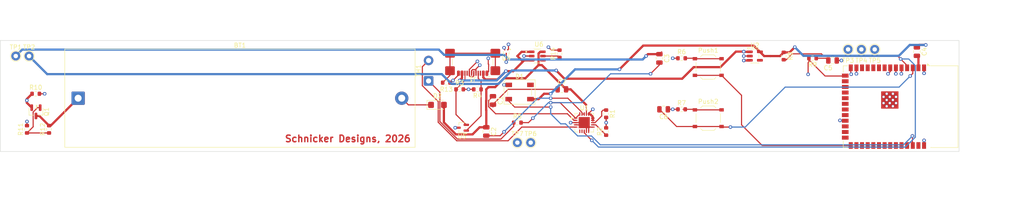
<source format=kicad_pcb>
(kicad_pcb (version 20241229) (generator "pcbnew") (generator_version "9.0")
  (layers (0 "F.Cu" signal) (4 "In1.Cu" signal) (6 "In2.Cu" signal) (2 "B.Cu" signal) (13 "F.Paste" user) (15 "B.Paste" user) (5 "F.SilkS" user "F.Silkscreen") (7 "B.SilkS" user "B.Silkscreen") (1 "F.Mask" user) (3 "B.Mask" user) (25 "Edge.Cuts" user))
  (net 0 "")
  (net 1 "/BAT")
  (net 2 "/Led DIN")
  (net 4 "Net-(C5-Pad2)")
  (net 5 "/GND")
  (net 6 "Net-(U1-VPCC)")
  (net 7 "Net-(C2-Pad2)")
  (net 8 "Net-(U3-3V3)")
  (net 9 "/BOOT")
  (net 10 "Net-(Push1-Pad1)")
  (net 11 "Net-(Push2-Pad1)")
  (net 12 "/RESET")
  (net 13 "Net-(U1-PROG1)")
  (net 14 "Net-(U1-PROG3)")
  (net 15 "Net-(U1-THERM)")
  (net 16 "Net-(U1-STAT1{slash}~{LBO})")
  (net 17 "Net-(U3-GPIO3{slash}TOUCH3{slash}ADC1_CH2)")
  (net 18 "Net-(C3-Pad2)")
  (net 19 "Net-(U3-GPIO5{slash}TOUCH5{slash}ADC1_CH4)")
  (net 20 "Net-(U3-GPIO7{slash}TOUCH7{slash}ADC1_CH6)")
  (net 50 "/VBUS")
  (net 51 "/3V3")
  (net 52 "Net-(U3-GPIO21)")
  (net 53 "/VBUS PROTECTED")
  (net 54 "Net-(J1-CC2)")
  (net 55 "Net-(J1-CC1)")
  (net 56 "Net-(Q1-G)")
  (net 57 "/DATA+")
  (net 58 "/DATA-")
  (net 59 "/SHIELD")
  (net 60 "Net-(C1-Pad2)")
  (net 61 "Net-(U6-ILIM)")
  (net 63 "Net-(R5-Pad1)")
  (net 64 "/BAT SWITCHED")
  (net 65 "Net-(C3-Pad1)")
  (net 66 "/VBAT")
  (footprint "Resistor_SMD:R_0603_1608Metric" (layer "F.Cu") (at 141 98.5 180)
    (property "Reference" "R4")
    (property "Value" "5.1kΩ")
  )
  (footprint "Resistor_SMD:R_0603_1608Metric" (layer "F.Cu") (at 187 91.5)
    (property "Reference" "R6")
    (property "Value" "10kΩ")
  )
  (footprint "Resistor_SMD:R_0603_1608Metric" (layer "F.Cu") (at 150 106)
    (property "Reference" "R5")
    (property "Value" "10kΩ")
  )
  (footprint "LED_SMD:LED_Inolux_IN-PI554FCH_PLCC4_5.0x5.0mm_P3.2mm" (layer "F.Cu") (at 150.5 99.1)
    (property "Reference" "D1")
    (property "Value" "Inolux_IN-PI554FCH")
  )
  (footprint "TestPoint:TestPoint_THTPad_D2.0mm_Drill1.0mm" (layer "F.Cu") (at 224.5 89.5)
    (property "Reference" "TP3")
    (property "Value" "TestPoint_Small" (hide yes))
  )
  (footprint "TestPoint:TestPoint_THTPad_D2.0mm_Drill1.0mm" (layer "F.Cu") (at 37 91)
    (property "Reference" "TP1")
    (property "Value" "TestPoint_Small" (hide yes))
  )
  (footprint "Capacitor_SMD:C_0805_2012Metric" (layer "F.Cu") (at 221 92 180)
    (property "Reference" "C5")
    (property "Value" "0.1µF")
  )
  (footprint "RF_Module:ESP32-S3-WROOM-1" (layer "F.Cu") (at 236.36 102.4 -90)
    (property "Reference" "U3" (hide yes))
    (property "Value" "ESP32-S3-WROOM-1")
  )
  (footprint "TestPoint:TestPoint_THTPad_D2.0mm_Drill1.0mm" (layer "F.Cu") (at 227.5 89.5)
    (property "Reference" "TP4")
    (property "Value" "TestPoint_Small" (hide yes))
  )
  (footprint "Capacitor_SMD:C_0805_2012Metric" (layer "F.Cu") (at 160.025 98.5)
    (property "Reference" "C7")
    (property "Value" "10µF")
  )
  (footprint "Capacitor_SMD:C_0805_2012Metric" (layer "F.Cu") (at 240 90 -90)
    (property "Reference" "C4")
    (property "Value" "100µF")
  )
  (footprint "TestPoint:TestPoint_THTPad_D2.0mm_Drill1.0mm" (layer "F.Cu") (at 150 110.5)
    (property "Reference" "TP7")
    (property "Value" "TestPoint_Small" (hide yes))
  )
  (footprint "Resistor_SMD:R_0603_1608Metric" (layer "F.Cu") (at 39.53 107.5 90)
    (property "Reference" "R11")
    (property "Value" "100kΩ")
  )
  (footprint "TestPoint:TestPoint_THTPad_D2.0mm_Drill1.0mm" (layer "F.Cu") (at 40 91)
    (property "Reference" "TP2")
    (property "Value" "TestPoint_Small" (hide yes))
  )
  (footprint "Resistor_SMD:R_0603_1608Metric" (layer "F.Cu") (at 137 98.5)
    (property "Reference" "R3")
    (property "Value" "5.1kΩ")
  )
  (footprint "Package_DFN_QFN:QFN-20-1EP_4x4mm_P0.5mm_EP2.5x2.5mm" (layer "F.Cu") (at 165.0625 106)
    (property "Reference" "U1")
    (property "Value" "MCP73871")
  )
  (footprint "Capacitor_SMD:C_0805_2012Metric" (layer "F.Cu") (at 143 108 -90)
    (property "Reference" "C2")
    (property "Value" "1µF")
  )
  (footprint "Button_Switch_SMD:SW_Push_1P1T_XKB_TS-1187A" (layer "F.Cu") (at 193 93.475)
    (property "Reference" "Push1")
    (property "Value" "BOOT")
  )
  (footprint "Package_TO_SOT_SMD:SOT-23" (layer "F.Cu") (at 41.55 103.5625 -90)
    (property "Reference" "Q1")
    (property "Value" "Q_PMOS_GSD")
  )
  (footprint "TPS2553DBVR:SOT95P280X145-6N" (layer "F.Cu") (at 154.5 91)
    (property "Reference" "U6")
    (property "Value" "TPS2553DBVR")
  )
  (footprint "Capacitor_SMD:C_0805_2012Metric" (layer "F.Cu") (at 182.95 103 180)
    (property "Reference" "C6")
    (property "Value" "1µF")
  )
  (footprint "Resistor_SMD:R_0603_1608Metric" (layer "F.Cu") (at 44.5 107.5 90)
    (property "Reference" "R12")
    (property "Value" "100kΩ")
  )
  (footprint "Battery:BatteryHolder_MPD_BH-18650-PC" (layer "F.Cu") (at 51.05 100.5)
    (property "Reference" "BT1")
    (property "Value" "Battery_Cell")
  )
  (footprint "Button_Switch_SMD:SW_Push_1P1T_XKB_TS-1187A" (layer "F.Cu") (at 193 105)
    (property "Reference" "Push2")
    (property "Value" "RESET")
  )
  (footprint "Resistor_SMD:R_0603_1608Metric" (layer "F.Cu") (at 216.5 91.5 180)
    (property "Reference" "R9")
    (property "Value" "360kΩ")
  )
  (footprint "Resistor_SMD:R_0603_1608Metric" (layer "F.Cu") (at 170 108 90)
    (property "Reference" "R2")
    (property "Value" "10kΩ")
  )
  (footprint "Capacitor_SMD:C_0805_2012Metric" (layer "F.Cu") (at 144.5 101 -90)
    (property "Reference" "C1")
    (property "Value" "0.1µF")
  )
  (footprint "TestPoint:TestPoint_THTPad_D2.0mm_Drill1.0mm" (layer "F.Cu") (at 153 110.5)
    (property "Reference" "TP6")
    (property "Value" "TestPoint_Small" (hide yes))
  )
  (footprint "Resistor_SMD:R_0603_1608Metric" (layer "F.Cu") (at 134 97)
    (property "Reference" "R13")
    (property "Value" "0Ω")
  )
  (footprint "Resistor_SMD:R_0603_1608Metric" (layer "F.Cu") (at 41.5 99.5)
    (property "Reference" "R10")
    (property "Value" "100kΩ")
  )
  (footprint "Resistor_SMD:R_0603_1608Metric" (layer "F.Cu") (at 159.5 90.5 90)
    (property "Reference" "R14")
    (property "Value" "100kΩ")
  )
  (footprint "Connector_USB:USB_C_Receptacle_GCT_USB4110" (layer "F.Cu") (at 139.931084 91.194269 180)
    (property "Reference" "J1")
    (property "Value" "USB_C_Receptacle_USB2.0_14P")
  )
  (footprint "Package_TO_SOT_SMD:SOT-23-5" (layer "F.Cu") (at 203.5 91)
    (property "Reference" "U2")
    (property "Value" "TLV75733PDBV")
  )
  (footprint "Capacitor_SMD:C_0805_2012Metric" (layer "F.Cu") (at 182 91.525 -90)
    (property "Reference" "C3")
    (property "Value" "47µF")
  )
  (footprint "Package_TO_SOT_SMD:Texas_DRT-3" (layer "F.Cu") (at 147.5 90 180)
    (property "Reference" "U4")
    (property "Value" "TPD2EUSB30")
  )
  (footprint "Diode_SMD:D_SMF" (layer "F.Cu") (at 132 102)
    (property "Reference" "D2")
    (property "Value" "SMF5V0A")
  )
  (footprint "Resistor_SMD:R_0603_1608Metric" (layer "F.Cu") (at 210 91 -90)
    (property "Reference" "R8")
    (property "Value" "10kΩ")
  )
  (footprint "Resistor_SMD:R_0603_1608Metric" (layer "F.Cu") (at 187 103)
    (property "Reference" "R7")
    (property "Value" "10kΩ")
  )
  (footprint "Resistor_SMD:R_0603_1608Metric" (layer "F.Cu") (at 170 104 -90)
    (property "Reference" "R1")
    (property "Value" "1kΩ")
  )
  (footprint "Package_TO_SOT_SMD:SOT-323_SC-70" (layer "F.Cu") (at 137.5625 107.15 180)
    (property "Reference" "U5")
    (property "Value" "TPD2E2U06DCK")
  )
  (footprint "Connector_Wire:SolderWire-0.5sqmm_1x02_P4.6mm_D0.9mm_OD2.1mm" (layer "F.Cu") (at 130 96.6 90)
    (property "Reference" "TH1")
    (property "Value" "Thermistor_NTC_US")
  )
  (footprint "TestPoint:TestPoint_THTPad_D2.0mm_Drill1.0mm" (layer "F.Cu") (at 230.5 89.5)
    (property "Reference" "TP5")
    (property "Value" "TestPoint_Small" (hide yes))
  )
  (gr_rect (start 33.5 87.5) (end 249.5 112.5) (stroke (width 0.1)) (fill no) (layer "Edge.Cuts"))
  (gr_text "Schnicker Designs, 2026" (at 97.5 110.5 0) (layer "F.Cu") (effects (font (size 1.5 1.5) (thickness 0.3) (bold yes)) (justify left bottom)))
  (segment (start 42.325 104.5) (end 44.5 106.675) (width 0.5) (layer "F.Cu") (net 1))
  (segment (start 44.875 106.675) (end 51.05 100.5) (width 0.5) (layer "F.Cu") (net 1))
  (segment (start 41.55 104.5) (end 42.325 104.5) (width 0.5) (layer "F.Cu") (net 1))
  (segment (start 157.5 102.5) (end 149.4 102.5) (width 0.25) (layer "F.Cu") (net 2))
  (segment (start 149.4 102.5) (end 147.6 100.7) (width 0.25) (layer "F.Cu") (net 2))
  (segment (start 239 111.07) (end 239.08 111.15) (width 0.25) (layer "F.Cu") (net 2))
  (segment (start 239 109) (end 239 111.07) (width 0.25) (layer "F.Cu") (net 2))
  (via (at 239 109) (size 0.8) (drill 0.4) (layers "F.Cu" "B.Cu") (net 2))
  (via (at 157.5 102.5) (size 0.8) (drill 0.4) (layers "F.Cu" "B.Cu") (net 2))
  (segment (start 163.576518 109) (end 166.688064 109) (width 0.25) (layer "B.Cu") (net 2))
  (segment (start 168.688064 111) (end 237 111) (width 0.25) (layer "B.Cu") (net 2))
  (segment (start 160.847 106.270482) (end 163.576518 109) (width 0.25) (layer "B.Cu") (net 2))
  (segment (start 166.688064 109) (end 168.688064 111) (width 0.25) (layer "B.Cu") (net 2))
  (segment (start 159.770482 106.270482) (end 160.847 106.270482) (width 0.25) (layer "B.Cu") (net 2))
  (segment (start 237 111) (end 239 109) (width 0.25) (layer "B.Cu") (net 2))
  (segment (start 157.5 104) (end 159.770482 106.270482) (width 0.25) (layer "B.Cu") (net 2))
  (segment (start 157.5 102.5) (end 157.5 104) (width 0.25) (layer "B.Cu") (net 2))
  (segment (start 219.55 91.5) (end 220.05 92) (width 0.25) (layer "F.Cu") (net 4))
  (segment (start 217.325 91.5) (end 219.55 91.5) (width 0.25) (layer "F.Cu") (net 4))
  (segment (start 202.3625 91) (end 201 91) (width 0.25) (layer "F.Cu") (net 5))
  (segment (start 235.556 100.9) (end 233.9 100.9) (width 0.25) (layer "F.Cu") (net 5))
  (segment (start 186.175 91.5) (end 185 91.5) (width 0.25) (layer "F.Cu") (net 5))
  (segment (start 170 106) (end 170 106.675) (width 0.25) (layer "F.Cu") (net 5))
  (segment (start 135 97) (end 135.5 96.5) (width 0.25) (layer "F.Cu") (net 5))
  (segment (start 143.449037 91.52206) (end 143.449037 92.797037) (width 0.25) (layer "F.Cu") (net 5))
  (segment (start 163.125 106.5) (end 164.5625 106.5) (width 0.25) (layer "F.Cu") (net 5))
  (segment (start 165.5625 106.5) (end 165.0625 106) (width 0.25) (layer "F.Cu") (net 5))
  (segment (start 147 97.5) (end 147.6 97.5) (width 0.25) (layer "F.Cu") (net 5))
  (segment (start 136.742562 95.257438) (end 135.5 96.5) (width 0.25) (layer "F.Cu") (net 5))
  (segment (start 136 107.15) (end 136.625 107.15) (width 0.25) (layer "F.Cu") (net 5))
  (segment (start 143.142562 95.198179) (end 143.142562 94.938621) (width 0.25) (layer "F.Cu") (net 5))
  (segment (start 157.675 89.675) (end 157 89) (width 0.25) (layer "F.Cu") (net 5))
  (segment (start 143.526084 92.874084) (end 143.526084 94.479269) (width 0.25) (layer "F.Cu") (net 5))
  (segment (start 136.742562 94.938621) (end 136.742562 95.257438) (width 0.25) (layer "F.Cu") (net 5))
  (segment (start 186.175 103) (end 185 103) (width 0.25) (layer "F.Cu") (net 5))
  (segment (start 170 106) (end 170 105.325) (width 0.25) (layer "F.Cu") (net 5))
  (segment (start 162 106) (end 163.125 106) (width 0.25) (layer "F.Cu") (net 5))
  (segment (start 159.5 89.675) (end 157.675 89.675) (width 0.25) (layer "F.Cu") (net 5))
  (segment (start 183.9 103) (end 185 103) (width 0.25) (layer "F.Cu") (net 5))
  (segment (start 165.5625 107.9375) (end 165.5625 106.5) (width 0.25) (layer "F.Cu") (net 5))
  (segment (start 241.62 94.88) (end 241.62 93.65) (width 0.25) (layer "F.Cu") (net 5))
  (segment (start 186.175 103) (end 186.5 103) (width 0.25) (layer "F.Cu") (net 5))
  (segment (start 140.175 98.5) (end 139 98.5) (width 0.25) (layer "F.Cu") (net 5))
  (segment (start 241.62 93.65) (end 241.62 93.62) (width 0.2) (layer "F.Cu") (net 5))
  (segment (start 241.62 110) (end 241.62 111.15) (width 0.25) (layer "F.Cu") (net 5))
  (segment (start 143.449037 92.797037) (end 143.526084 92.874084) (width 0.25) (layer "F.Cu") (net 5))
  (segment (start 147.5 90.425) (end 147.5 92.348) (width 0.25) (layer "F.Cu") (net 5))
  (segment (start 153.245 91) (end 151.5 91) (width 0.3) (layer "F.Cu") (net 5))
  (segment (start 235.27 93.27) (end 235.27 93.65) (width 0.25) (layer "F.Cu") (net 5))
  (segment (start 125.45 102) (end 123.95 100.5) (width 0.25) (layer "F.Cu") (net 5))
  (segment (start 235.27 95) (end 235.27 93.65) (width 0.25) (layer "F.Cu") (net 5))
  (segment (start 130.55 102) (end 125.45 102) (width 0.25) (layer "F.Cu") (net 5))
  (segment (start 235.1 100.9) (end 233.9 100.9) (width 0.2) (layer "F.Cu") (net 5))
  (segment (start 221.95 92) (end 223 92) (width 0.25) (layer "F.Cu") (net 5))
  (segment (start 170 105.325) (end 170 106.675) (width 0.25) (layer "F.Cu") (net 5))
  (segment (start 166.0625 107.9375) (end 166.0625 107) (width 0.25) (layer "F.Cu") (net 5))
  (segment (start 164.5625 106.5) (end 165.0625 106) (width 0.25) (layer "F.Cu") (net 5))
  (segment (start 137.825 98.5) (end 139 98.5) (width 0.25) (layer "F.Cu") (net 5))
  (segment (start 134.825 97) (end 135 97) (width 0.25) (layer "F.Cu") (net 5))
  (segment (start 165.0625 106) (end 163.125 106) (width 0.25) (layer "F.Cu") (net 5))
  (segment (start 39.53 105.751549) (end 39.53 106.5725) (width 0.25) (layer "F.Cu") (net 5))
  (segment (start 167 107) (end 166.0625 107) (width 0.25) (layer "F.Cu") (net 5))
  (segment (start 143.526084 94.479269) (end 143.131084 94.874269) (width 0.25) (layer "F.Cu") (net 5))
  (segment (start 241.62 93.62) (end 241.5 93.5) (width 0.2) (layer "F.Cu") (net 5))
  (segment (start 235.27 99.53) (end 233.9 100.9) (width 0.25) (layer "F.Cu") (net 5))
  (segment (start 166.0625 107) (end 165.0625 106) (width 0.25) (layer "F.Cu") (net 5))
  (via (at 223 92) (size 0.8) (drill 0.4) (layers "F.Cu" "B.Cu") (net 5))
  (via (at 162 106) (size 0.8) (drill 0.4) (layers "F.Cu" "B.Cu") (net 5))
  (via (at 147 97.5) (size 0.8) (drill 0.4) (layers "F.Cu" "B.Cu") (net 5))
  (via (at 185 91.5) (size 0.8) (drill 0.4) (layers "F.Cu" "B.Cu") (net 5))
  (via (at 201 91) (size 0.8) (drill 0.4) (layers "F.Cu" "B.Cu") (net 5))
  (via (at 157 89) (size 0.8) (drill 0.4) (layers "F.Cu" "B.Cu") (net 5))
  (via (at 143.449037 91.52206) (size 0.8) (drill 0.4) (layers "F.Cu" "B.Cu") (net 5))
  (via (at 139 98.5) (size 0.8) (drill 0.4) (layers "F.Cu" "B.Cu") (net 5))
  (via (at 235.27 95) (size 0.8) (drill 0.4) (layers "F.Cu" "B.Cu") (net 5))
  (via (at 147.5 92.348) (size 0.8) (drill 0.4) (layers "F.Cu" "B.Cu") (net 5))
  (via (at 151.5 91) (size 0.8) (drill 0.4) (layers "F.Cu" "B.Cu") (net 5))
  (via (at 39.53 105.751549) (size 0.8) (drill 0.4) (layers "F.Cu" "B.Cu") (net 5))
  (via (at 241.62 110) (size 0.8) (drill 0.4) (layers "F.Cu" "B.Cu") (net 5))
  (via (at 241.62 94.88) (size 0.8) (drill 0.4) (layers "F.Cu" "B.Cu") (net 5))
  (via (at 135.5 96.5) (size 0.8) (drill 0.4) (layers "F.Cu" "B.Cu") (net 5))
  (via (at 136 107.15) (size 0.8) (drill 0.4) (layers "F.Cu" "B.Cu") (net 5))
  (via (at 185 103) (size 0.8) (drill 0.4) (layers "F.Cu" "B.Cu") (net 5))
  (via (at 170 106) (size 0.8) (drill 0.4) (layers "F.Cu" "B.Cu") (net 5))
  (segment (start 162.712501 105.5) (end 163.125 105.5) (width 0.25) (layer "F.Cu") (net 6))
  (segment (start 143.522 101.028) (end 143.522 102.415276) (width 0.25) (layer "F.Cu") (net 6))
  (segment (start 161.264582 104) (end 162.764582 105.5) (width 0.25) (layer "F.Cu") (net 6))
  (segment (start 144.656572 99.893428) (end 144.878 99.893428) (width 0.25) (layer "F.Cu") (net 6))
  (segment (start 145.106724 104) (end 161.264582 104) (width 0.25) (layer "F.Cu") (net 6))
  (segment (start 162.764582 105.5) (end 163.125 105.5) (width 0.25) (layer "F.Cu") (net 6))
  (segment (start 143.522 102.415276) (end 145.106724 104) (width 0.25) (layer "F.Cu") (net 6))
  (segment (start 144.5 100.05) (end 143.522 101.028) (width 0.25) (layer "F.Cu") (net 6))
  (segment (start 161.360418 100.5) (end 164.5625 103.702082) (width 0.25) (layer "F.Cu") (net 7))
  (segment (start 164.5625 104.0625) (end 165.0625 104.0625) (width 0.25) (layer "F.Cu") (net 7))
  (segment (start 147 108.076518) (end 146.923482 108.076518) (width 0.25) (layer "F.Cu") (net 7))
  (segment (start 146.126518 108.95) (end 147 108.076518) (width 0.25) (layer "F.Cu") (net 7))
  (segment (start 157.5 100.5) (end 161.360418 100.5) (width 0.25) (layer "F.Cu") (net 7))
  (segment (start 164.5625 103.702082) (end 164.5625 104.0625) (width 0.25) (layer "F.Cu") (net 7))
  (segment (start 143 108.95) (end 146.126518 108.95) (width 0.25) (layer "F.Cu") (net 7))
  (via (at 157.5 100.5) (size 0.8) (drill 0.4) (layers "F.Cu" "B.Cu") (net 7))
  (via (at 147 108.076518) (size 0.8) (drill 0.4) (layers "F.Cu" "B.Cu") (net 7))
  (segment (start 157.5 100.5) (end 154.576518 100.5) (width 0.25) (layer "B.Cu") (net 7))
  (segment (start 154.576518 100.5) (end 147 108.076518) (width 0.25) (layer "B.Cu") (net 7))
  (segment (start 240.35 91.3) (end 240 90.95) (width 0.5) (layer "F.Cu") (net 8))
  (segment (start 240.35 93.65) (end 240.35 91.3) (width 0.5) (layer "F.Cu") (net 8))
  (segment (start 240.5 93.5) (end 240.35 93.65) (width 0.2) (layer "F.Cu") (net 8))
  (segment (start 205.15 111.15) (end 200.5 106.5) (width 0.25) (layer "F.Cu") (net 9))
  (segment (start 190 95.35) (end 196 95.35) (width 0.25) (layer "F.Cu") (net 9))
  (segment (start 225.11 111.15) (end 205.15 111.15) (width 0.25) (layer "F.Cu") (net 9))
  (segment (start 200.5 106.5) (end 200.5 99.85) (width 0.25) (layer "F.Cu") (net 9))
  (segment (start 200.5 99.85) (end 196 95.35) (width 0.25) (layer "F.Cu") (net 9))
  (segment (start 187.825 91.5) (end 189.9 91.5) (width 0.25) (layer "F.Cu") (net 10))
  (segment (start 189.9 91.5) (end 190 91.6) (width 0.25) (layer "F.Cu") (net 10))
  (segment (start 190 91.6) (end 196 91.6) (width 0.25) (layer "F.Cu") (net 10))
  (segment (start 189.925 91.675) (end 190 91.6) (width 0.25) (layer "F.Cu") (net 10))
  (segment (start 190 103.125) (end 196 103.125) (width 0.25) (layer "F.Cu") (net 11))
  (segment (start 187.325 103) (end 189.875 103) (width 0.25) (layer "F.Cu") (net 11))
  (segment (start 189.875 103) (end 190 103.125) (width 0.25) (layer "F.Cu") (net 11))
  (segment (start 239.08 94.92) (end 238.5 95.5) (width 0.25) (layer "F.Cu") (net 12))
  (segment (start 185.875 106.875) (end 190 106.875) (width 0.25) (layer "F.Cu") (net 12))
  (segment (start 190 106.875) (end 196 106.875) (width 0.25) (layer "F.Cu") (net 12))
  (segment (start 239.08 93.65) (end 239.08 94.92) (width 0.25) (layer "F.Cu") (net 12))
  (segment (start 197.875 106.875) (end 198 107) (width 0.25) (layer "F.Cu") (net 12))
  (segment (start 182 103) (end 185.875 106.875) (width 0.25) (layer "F.Cu") (net 12))
  (segment (start 198 107) (end 196.125 107) (width 0.25) (layer "F.Cu") (net 12))
  (segment (start 196.125 107) (end 196 106.875) (width 0.25) (layer "F.Cu") (net 12))
  (via (at 238.5 95.5) (size 0.8) (drill 0.4) (layers "F.Cu" "B.Cu") (net 12))
  (via (at 198 107) (size 0.8) (drill 0.4) (layers "F.Cu" "B.Cu") (net 12))
  (segment (start 210.332354 98) (end 236 98) (width 0.25) (layer "B.Cu") (net 12))
  (segment (start 236 98) (end 238.5 95.5) (width 0.25) (layer "B.Cu") (net 12))
  (segment (start 201.332354 107) (end 210.332354 98) (width 0.25) (layer "B.Cu") (net 12))
  (segment (start 198 107) (end 201.332354 107) (width 0.25) (layer "B.Cu") (net 12))
  (segment (start 169 103.5) (end 169.325 103.175) (width 0.25) (layer "F.Cu") (net 13))
  (segment (start 169 104.5) (end 169 103.5) (width 0.25) (layer "F.Cu") (net 13))
  (segment (start 167.5 106) (end 169 104.5) (width 0.25) (layer "F.Cu") (net 13))
  (segment (start 169.325 103.175) (end 170 103.175) (width 0.25) (layer "F.Cu") (net 13))
  (segment (start 167 106) (end 167.5 106) (width 0.25) (layer "F.Cu") (net 13))
  (segment (start 170 108.825) (end 167.675 106.5) (width 0.25) (layer "F.Cu") (net 14))
  (segment (start 167.675 106.5) (end 167 106.5) (width 0.25) (layer "F.Cu") (net 14))
  (segment (start 130 92) (end 128.599 93.401) (width 0.25) (layer "F.Cu") (net 15))
  (segment (start 151 107) (end 163.125 107) (width 0.25) (layer "F.Cu") (net 15))
  (segment (start 147.919 110.081) (end 151 107) (width 0.25) (layer "F.Cu") (net 15))
  (segment (start 128.599 97.670514) (end 132.169 101.240514) (width 0.25) (layer "F.Cu") (net 15))
  (segment (start 132.169 101.240514) (end 132.169 105.914921) (width 0.25) (layer "F.Cu") (net 15))
  (segment (start 132.169 105.914921) (end 136.335079 110.081) (width 0.25) (layer "F.Cu") (net 15))
  (segment (start 136.335079 110.081) (end 147.919 110.081) (width 0.25) (layer "F.Cu") (net 15))
  (segment (start 128.599 93.401) (end 128.599 97.670514) (width 0.25) (layer "F.Cu") (net 15))
  (segment (start 229.848 91) (end 235.675 91) (width 0.25) (layer "F.Cu") (net 16))
  (segment (start 236.0875 91.4125) (end 237.81 93.135) (width 0.25) (layer "F.Cu") (net 16))
  (segment (start 166.764582 110) (end 165.0625 108.297918) (width 0.25) (layer "F.Cu") (net 16))
  (segment (start 165.0625 108.297918) (end 165.0625 107.9375) (width 0.25) (layer "F.Cu") (net 16))
  (segment (start 211.9125 90.5) (end 218.5 90.5) (width 0.25) (layer "F.Cu") (net 16))
  (segment (start 237.81 93.135) (end 237.81 93.65) (width 0.25) (layer "F.Cu") (net 16))
  (segment (start 218.5 90.5) (end 219 91) (width 0.25) (layer "F.Cu") (net 16))
  (segment (start 219 91) (end 229.812376 91) (width 0.25) (layer "F.Cu") (net 16))
  (segment (start 210.5875 91.825) (end 211.9125 90.5) (width 0.25) (layer "F.Cu") (net 16))
  (segment (start 229.812376 90.964376) (end 229.848 91) (width 0.25) (layer "F.Cu") (net 16))
  (segment (start 210 91.825) (end 210.5875 91.825) (width 0.25) (layer "F.Cu") (net 16))
  (segment (start 236.0875 91.4125) (end 236.3375 91.6625) (width 0.25) (layer "F.Cu") (net 16))
  (segment (start 235.675 91) (end 236.0875 91.4125) (width 0.25) (layer "F.Cu") (net 16))
  (segment (start 229.812376 91) (end 229.812376 90.964376) (width 0.25) (layer "F.Cu") (net 16))
  (via (at 166.764582 110) (size 0.8) (drill 0.4) (layers "F.Cu" "B.Cu") (net 16))
  (via (at 236.3375 91.6625) (size 0.8) (drill 0.4) (layers "F.Cu" "B.Cu") (net 16))
  (segment (start 237.423482 111.5) (end 239.653 109.270482) (width 0.25) (layer "B.Cu") (net 16))
  (segment (start 168.264582 111.5) (end 237.423482 111.5) (width 0.25) (layer "B.Cu") (net 16))
  (segment (start 238.1625 91.6625) (end 236.3375 91.6625) (width 0.25) (layer "B.Cu") (net 16))
  (segment (start 239.653 93.153) (end 238.1625 91.6625) (width 0.25) (layer "B.Cu") (net 16))
  (segment (start 239.653 109.270482) (end 239.653 93.153) (width 0.25) (layer "B.Cu") (net 16))
  (segment (start 166.764582 110) (end 168.264582 111.5) (width 0.25) (layer "B.Cu") (net 16))
  (segment (start 215.675 91.5) (end 215.675 91.85) (width 0.25) (layer "F.Cu") (net 17))
  (segment (start 223.775 95.5) (end 223.86 95.415) (width 0.25) (layer "F.Cu") (net 17))
  (segment (start 215.5 95.122) (end 215.5 92.5) (width 0.25) (layer "F.Cu") (net 17))
  (segment (start 215.675 92.325) (end 215.675 91.5) (width 0.25) (layer "F.Cu") (net 17))
  (segment (start 215.675 95.122) (end 215.5 95.122) (width 0.25) (layer "F.Cu") (net 17))
  (segment (start 43.5 99.5) (end 42.325 99.5) (width 0.25) (layer "F.Cu") (net 17))
  (segment (start 215.675 91.85) (end 219.325 95.5) (width 0.25) (layer "F.Cu") (net 17))
  (segment (start 219.325 95.5) (end 223.775 95.5) (width 0.25) (layer "F.Cu") (net 17))
  (segment (start 215.5 92.5) (end 215.675 92.325) (width 0.25) (layer "F.Cu") (net 17))
  (via (at 215.5 95.122) (size 0.8) (drill 0.4) (layers "F.Cu" "B.Cu") (net 17))
  (via (at 43.5 99.5) (size 0.8) (drill 0.4) (layers "F.Cu" "B.Cu") (net 17))
  (segment (start 150.825 106) (end 152.5 106) (width 0.25) (layer "F.Cu") (net 18))
  (segment (start 164.0625 104.0625) (end 163.125 105) (width 0.25) (layer "F.Cu") (net 18))
  (segment (start 159.625 101.5) (end 163.125 105) (width 0.25) (layer "F.Cu") (net 18))
  (segment (start 182 93) (end 180 95) (width 0.25) (layer "F.Cu") (net 18))
  (segment (start 157.5 101.5) (end 159.625 101.5) (width 0.25) (layer "F.Cu") (net 18))
  (segment (start 152.5 106) (end 153.5 105) (width 0.25) (layer "F.Cu") (net 18))
  (via (at 153.5 105) (size 0.8) (drill 0.4) (layers "F.Cu" "B.Cu") (net 18))
  (via (at 180 95) (size 0.8) (drill 0.4) (layers "F.Cu" "B.Cu") (net 18))
  (via (at 157.5 101.5) (size 0.8) (drill 0.4) (layers "F.Cu" "B.Cu") (net 18))
  (segment (start 157.5 101.5) (end 164.5 101.5) (width 0.25) (layer "B.Cu") (net 18))
  (segment (start 153.5 105) (end 157 101.5) (width 0.25) (layer "B.Cu") (net 18))
  (segment (start 164.5 101.5) (end 171 95) (width 0.25) (layer "B.Cu") (net 18))
  (segment (start 171 95) (end 180 95) (width 0.25) (layer "B.Cu") (net 18))
  (segment (start 157 101.5) (end 157.5 101.5) (width 0.25) (layer "B.Cu") (net 18))
  (segment (start 236.54 93.65) (end 236.54 93.35) (width 0.25) (layer "F.Cu") (net 19))
  (segment (start 236.54 94.96) (end 236.5 95) (width 0.25) (layer "F.Cu") (net 19))
  (segment (start 236.54 93.65) (end 236.54 94.96) (width 0.25) (layer "F.Cu") (net 19))
  (via (at 236.5 95) (size 0.8) (drill 0.4) (layers "F.Cu" "B.Cu") (net 19))
  (segment (start 234 94.5) (end 233.5 95) (width 0.25) (layer "F.Cu") (net 20))
  (segment (start 234 93.65) (end 234 94.5) (width 0.25) (layer "F.Cu") (net 20))
  (via (at 233.5 95) (size 0.8) (drill 0.4) (layers "F.Cu" "B.Cu") (net 20))
  (segment (start 150.95 90.05) (end 153.245 90.05) (width 0.5) (layer "F.Cu") (net 50))
  (segment (start 151.55 91.95) (end 153.245 91.95) (width 0.5) (layer "F.Cu") (net 50))
  (segment (start 153.245 91.95) (end 150.95 91.95) (width 0.5) (layer "F.Cu") (net 50))
  (segment (start 142.780126 96.280126) (end 145.545281 96.280126) (width 0.5) (layer "F.Cu") (net 50))
  (segment (start 137.531084 94.874269) (end 137.531084 95.968916) (width 0.5) (layer "F.Cu") (net 50))
  (segment (start 147.412703 94.412703) (end 149.087297 94.412703) (width 0.5) (layer "F.Cu") (net 50))
  (segment (start 145.545281 96.280126) (end 147.412703 94.412703) (width 0.5) (layer "F.Cu") (net 50))
  (segment (start 150 91) (end 150.95 90.05) (width 0.5) (layer "F.Cu") (net 50))
  (segment (start 149.087297 94.412703) (end 151.55 91.95) (width 0.5) (layer "F.Cu") (net 50))
  (segment (start 142.331084 95.831084) (end 142.780126 96.280126) (width 0.5) (layer "F.Cu") (net 50))
  (segment (start 142.331084 95.310183) (end 142.331084 95.831084) (width 0.5) (layer "F.Cu") (net 50))
  (segment (start 142.331084 94.874269) (end 142.331084 95.310183) (width 0.25) (layer "F.Cu") (net 50))
  (segment (start 150.95 91.95) (end 150 91) (width 0.5) (layer "F.Cu") (net 50))
  (segment (start 137.531084 95.968916) (end 137 96.5) (width 0.5) (layer "F.Cu") (net 50))
  (via (at 147.412703 94.412703) (size 0.8) (drill 0.4) (layers "F.Cu" "B.Cu") (net 50))
  (via (at 137 96.5) (size 0.8) (drill 0.4) (layers "F.Cu" "B.Cu") (net 50))
  (segment (start 137 96.5) (end 145.325406 96.5) (width 0.5) (layer "B.Cu") (net 50))
  (segment (start 145.325406 96.5) (end 147.412703 94.412703) (width 0.5) (layer "B.Cu") (net 50))
  (segment (start 205.5875 91) (end 204.6375 90.05) (width 0.5) (layer "F.Cu") (net 51))
  (segment (start 207 91) (end 205.5875 91) (width 0.5) (layer "F.Cu") (net 51))
  (segment (start 242 88.5) (end 240.55 88.5) (width 0.5) (layer "F.Cu") (net 51))
  (segment (start 173 94) (end 178.359722 88.640278) (width 0.5) (layer "F.Cu") (net 51))
  (segment (start 211.325 90.175) (end 212.5 89) (width 0.5) (layer "F.Cu") (net 51))
  (segment (start 207 91) (end 209.175 91) (width 0.5) (layer "F.Cu") (net 51))
  (segment (start 156 99.5) (end 154.8 100.7) (width 0.5) (layer "F.Cu") (net 51))
  (segment (start 209.175 91) (end 210 90.175) (width 0.5) (layer "F.Cu") (net 51))
  (segment (start 178.359722 88.640278) (end 203.227778 88.640278) (width 0.5) (layer "F.Cu") (net 51))
  (segment (start 157.5 99.5) (end 156 99.5) (width 0.5) (layer "F.Cu") (net 51))
  (segment (start 203.227778 88.640278) (end 204.6375 90.05) (width 0.5) (layer "F.Cu") (net 51))
  (segment (start 210 90.175) (end 211.325 90.175) (width 0.5) (layer "F.Cu") (net 51))
  (segment (start 240.55 88.5) (end 240 89.05) (width 0.5) (layer "F.Cu") (net 51))
  (segment (start 154.8 100.7) (end 152.5 100.7) (width 0.5) (layer "F.Cu") (net 51))
  (via (at 157.5 99.5) (size 0.8) (drill 0.4) (layers "F.Cu" "B.Cu") (net 51))
  (via (at 173 94) (size 0.8) (drill 0.4) (layers "F.Cu" "B.Cu") (net 51))
  (via (at 212.5 89) (size 0.8) (drill 0.4) (layers "F.Cu" "B.Cu") (net 51))
  (via (at 242 88.5) (size 0.8) (drill 0.4) (layers "F.Cu" "B.Cu") (net 51))
  (segment (start 235.948741 90.951) (end 238.399741 88.5) (width 0.5) (layer "B.Cu") (net 51))
  (segment (start 214.451 90.951) (end 235.948741 90.951) (width 0.5) (layer "B.Cu") (net 51))
  (segment (start 157.5 99.5) (end 163 94) (width 0.5) (layer "B.Cu") (net 51))
  (segment (start 163 94) (end 173 94) (width 0.5) (layer "B.Cu") (net 51))
  (segment (start 238.399741 88.5) (end 242 88.5) (width 0.5) (layer "B.Cu") (net 51))
  (segment (start 173 94) (end 173.195 93.805) (width 0.25) (layer "B.Cu") (net 51))
  (segment (start 212.5 89) (end 214.451 90.951) (width 0.5) (layer "B.Cu") (net 51))
  (segment (start 222.676903 105.5) (end 222.751903 105.575) (width 0.25) (layer "F.Cu") (net 52))
  (segment (start 222.751903 105.575) (end 223.86 105.575) (width 0.25) (layer "F.Cu") (net 52))
  (via (at 222.676903 105.5) (size 0.8) (drill 0.4) (layers "F.Cu" "B.Cu") (net 52))
  (segment (start 165.5625 102.5625) (end 165.5625 104.0625) (width 0.25) (layer "F.Cu") (net 53))
  (segment (start 160.975 98.5) (end 162 98.5) (width 0.5) (layer "F.Cu") (net 53))
  (segment (start 143 103.202849) (end 142.969 103.171848) (width 0.25) (layer "F.Cu") (net 53))
  (segment (start 136.153 108.653) (end 139.897 108.653) (width 0.5) (layer "F.Cu") (net 53))
  (segment (start 154.772 93.043961) (end 154.772 90.428001) (width 0.5) (layer "F.Cu") (net 53))
  (segment (start 147 96) (end 151.815961 96) (width 0.5) (layer "F.Cu") (net 53))
  (segment (start 143 98.5) (end 143.5 98) (width 0.5) (layer "F.Cu") (net 53))
  (segment (start 165.5 102.5) (end 165.5625 102.5625) (width 0.25) (layer "F.Cu") (net 53))
  (segment (start 155.150001 90.05) (end 155.755 90.05) (width 0.5) (layer "F.Cu") (net 53))
  (segment (start 139.897 108.653) (end 141.5 107.05) (width 0.5) (layer "F.Cu") (net 53))
  (segment (start 143.5 98) (end 145 98) (width 0.5) (layer "F.Cu") (net 53))
  (segment (start 155.518961 93.043961) (end 154.772 93.043961) (width 0.5) (layer "F.Cu") (net 53))
  (segment (start 162 98.5) (end 165.5 102) (width 0.5) (layer "F.Cu") (net 53))
  (segment (start 142.969 103.171848) (end 142.969 101.046427) (width 0.5) (layer "F.Cu") (net 53))
  (segment (start 151.815961 96) (end 154.772 93.043961) (width 0.5) (layer "F.Cu") (net 53))
  (segment (start 143 107.05) (end 143 103.202849) (width 0.5) (layer "F.Cu") (net 53))
  (segment (start 160.975 98.5) (end 155.518961 93.043961) (width 0.5) (layer "F.Cu") (net 53))
  (segment (start 141.5 107.05) (end 143 107.05) (width 0.5) (layer "F.Cu") (net 53))
  (segment (start 165.5 102) (end 165.5 102.5) (width 0.25) (layer "F.Cu") (net 53))
  (segment (start 142.969 101.046427) (end 143 101.015428) (width 0.25) (layer "F.Cu") (net 53))
  (segment (start 143 101.015428) (end 143 98.5) (width 0.5) (layer "F.Cu") (net 53))
  (segment (start 133.45 102) (end 133.45 105.95) (width 0.5) (layer "F.Cu") (net 53))
  (segment (start 133.45 105.95) (end 136.153 108.653) (width 0.5) (layer "F.Cu") (net 53))
  (segment (start 145 98) (end 147 96) (width 0.5) (layer "F.Cu") (net 53))
  (segment (start 154.772 90.428001) (end 155.150001 90.05) (width 0.5) (layer "F.Cu") (net 53))
  (segment (start 136.175 104.175) (end 136.175 98.5) (width 0.25) (layer "F.Cu") (net 54))
  (segment (start 136.583493 98.5) (end 136.175 98.5) (width 0.2) (layer "F.Cu") (net 54))
  (segment (start 138.192562 96.482438) (end 138.192562 94.938621) (width 0.2) (layer "F.Cu") (net 54))
  (segment (start 136.175 98.5) (end 138.192562 96.482438) (width 0.2) (layer "F.Cu") (net 54))
  (segment (start 138.5 106.5) (end 136.175 104.175) (width 0.25) (layer "F.Cu") (net 54))
  (segment (start 138.5 107.8) (end 141.825 104.475) (width 0.25) (layer "F.Cu") (net 55))
  (segment (start 141.825 96.675) (end 141.192562 96.042562) (width 0.25) (layer "F.Cu") (net 55))
  (segment (start 141.192562 96.042562) (end 141.192562 94.938621) (width 0.25) (layer "F.Cu") (net 55))
  (segment (start 141.825 96.675) (end 141.825 98.5) (width 0.25) (layer "F.Cu") (net 55))
  (segment (start 141.825 104.475) (end 141.825 98.5) (width 0.25) (layer "F.Cu") (net 55))
  (segment (start 44 108.325) (end 39.53 108.325) (width 0.25) (layer "F.Cu") (net 56))
  (segment (start 40.921084 103.6155) (end 41.911584 102.625) (width 0.25) (layer "F.Cu") (net 56))
  (segment (start 40.921084 106.933916) (end 40.921084 103.6155) (width 0.25) (layer "F.Cu") (net 56))
  (segment (start 41.911584 102.625) (end 42.5 102.625) (width 0.25) (layer "F.Cu") (net 56))
  (segment (start 39.53 108.325) (end 40.921084 106.933916) (width 0.25) (layer "F.Cu") (net 56))
  (segment (start 139.181084 94.874269) (end 139.181084 94.025868) (width 0.25) (layer "F.Cu") (net 57))
  (segment (start 226.38 95) (end 226.38 93.65) (width 0.25) (layer "F.Cu") (net 57))
  (segment (start 139.434085 95.702269) (end 139.928083 95.702269) (width 0.25) (layer "F.Cu") (net 57))
  (segment (start 140.181084 95.449268) (end 140.181084 94.874269) (width 0.25) (layer "F.Cu") (net 57))
  (segment (start 139.181084 95.449268) (end 139.434085 95.702269) (width 0.25) (layer "F.Cu") (net 57))
  (segment (start 226.38 93.160942) (end 226.38 93.65) (width 0.25) (layer "F.Cu") (net 57))
  (segment (start 139.181084 94.874269) (end 139.181084 95.449268) (width 0.25) (layer "F.Cu") (net 57))
  (segment (start 226.38 93.35) (end 226.38 93.65) (width 0.25) (layer "F.Cu") (net 57))
  (segment (start 148 89.425) (end 147.85 89.575) (width 0.25) (layer "F.Cu") (net 57))
  (segment (start 139.928083 95.702269) (end 140.181084 95.449268) (width 0.25) (layer "F.Cu") (net 57))
  (segment (start 139.181084 94.025868) (end 140.999976 92.206976) (width 0.25) (layer "F.Cu") (net 57))
  (segment (start 148 88.375) (end 148 89.425) (width 0.25) (layer "F.Cu") (net 57))
  (via (at 140.999976 92.206976) (size 0.8) (drill 0.4) (layers "F.Cu" "B.Cu") (net 57))
  (via (at 226.38 95) (size 0.8) (drill 0.4) (layers "F.Cu" "B.Cu") (net 57))
  (via (at 148 88.375) (size 0.8) (drill 0.4) (layers "F.Cu" "B.Cu") (net 57))
  (segment (start 139.681084 94.874269) (end 139.681084 94.29927) (width 0.25) (layer "F.Cu") (net 58))
  (segment (start 140.681084 94.29927) (end 140.681084 94.874269) (width 0.25) (layer "F.Cu") (net 58))
  (segment (start 140.681084 93.905119) (end 141.533335 93.052868) (width 0.25) (layer "F.Cu") (net 58))
  (segment (start 225.209999 95.093884) (end 225.11 94.993885) (width 0.25) (layer "F.Cu") (net 58))
  (segment (start 140.681084 94.874269) (end 140.681084 93.905119) (width 0.25) (layer "F.Cu") (net 58))
  (segment (start 139.934085 94.046269) (end 140.428083 94.046269) (width 0.25) (layer "F.Cu") (net 58))
  (segment (start 139.692562 94.307438) (end 139.692562 94.938621) (width 0.25) (layer "F.Cu") (net 58))
  (segment (start 139.681084 94.29927) (end 139.934085 94.046269) (width 0.25) (layer "F.Cu") (net 58))
  (segment (start 225.11 94.993885) (end 225.11 93.65) (width 0.25) (layer "F.Cu") (net 58))
  (segment (start 140.428083 94.046269) (end 140.681084 94.29927) (width 0.25) (layer "F.Cu") (net 58))
  (via (at 141.533335 93.052868) (size 0.8) (drill 0.4) (layers "F.Cu" "B.Cu") (net 58))
  (via (at 147 89.125) (size 0.8) (drill 0.4) (layers "F.Cu" "B.Cu") (net 58))
  (via (at 225.209999 95.093884) (size 0.8) (drill 0.4) (layers "F.Cu" "B.Cu") (net 58))
  (segment (start 134.293815 93.772) (end 134.821084 94.299269) (width 0.25) (layer "F.Cu") (net 59))
  (segment (start 134.821084 95.353916) (end 133.175 97) (width 0.25) (layer "F.Cu") (net 59))
  (segment (start 134.821084 90.369269) (end 145.041084 90.369269) (width 0.25) (layer "F.Cu") (net 59))
  (segment (start 134.821084 94.299269) (end 134.821084 95.353916) (width 0.25) (layer "F.Cu") (net 59))
  (segment (start 134.821084 90.369269) (end 134.821084 94.299269) (width 0.25) (layer "F.Cu") (net 59))
  (segment (start 145.041084 94.299269) (end 145.041084 90.369269) (width 0.25) (layer "F.Cu") (net 59))
  (segment (start 144.5 101.9) (end 147.9 98.5) (width 0.25) (layer "F.Cu") (net 60))
  (segment (start 144.5 102.475) (end 144.5 101.9) (width 0.25) (layer "F.Cu") (net 60))
  (segment (start 147.9 98.5) (end 158.55 98.5) (width 0.25) (layer "F.Cu") (net 60))
  (segment (start 159.175 91) (end 159.5 91.325) (width 0.25) (layer "F.Cu") (net 61))
  (segment (start 155.755 91) (end 159.175 91) (width 0.25) (layer "F.Cu") (net 61))
  (segment (start 130 96.6) (end 132.547 99.147) (width 0.25) (layer "F.Cu") (net 63))
  (segment (start 146.297 109.703) (end 149.175 106.825) (width 0.25) (layer "F.Cu") (net 63))
  (segment (start 136.491651 109.703) (end 146.297 109.703) (width 0.25) (layer "F.Cu") (net 63))
  (segment (start 132.547 105.758349) (end 136.491651 109.703) (width 0.25) (layer "F.Cu") (net 63))
  (segment (start 149.175 106.825) (end 149.175 106.503) (width 0.25) (layer "F.Cu") (net 63))
  (segment (start 132.547 99.147) (end 132.547 105.758349) (width 0.25) (layer "F.Cu") (net 63))
  (segment (start 202.312497 92.000003) (end 202.3625 91.95) (width 0.5) (layer "F.Cu") (net 64))
  (segment (start 189.731 93.5) (end 195.731 93.5) (width 0.5) (layer "F.Cu") (net 64))
  (segment (start 160.603 96.103) (end 187.128 96.103) (width 0.5) (layer "F.Cu") (net 64))
  (segment (start 202.3625 90.05) (end 201.05 90.05) (width 0.5) (layer "F.Cu") (net 64))
  (segment (start 201.05 90.05) (end 201 90) (width 0.5) (layer "F.Cu") (net 64))
  (segment (start 187.128 96.103) (end 189.731 93.5) (width 0.5) (layer "F.Cu") (net 64))
  (segment (start 199.231 90) (end 201 90) (width 0.5) (layer "F.Cu") (net 64))
  (segment (start 158.75 94.25) (end 160.603 96.103) (width 0.5) (layer "F.Cu") (net 64))
  (segment (start 195.731 93.5) (end 199.231 90) (width 0.5) (layer "F.Cu") (net 64))
  (segment (start 201 92.000003) (end 202.312497 92.000003) (width 0.5) (layer "F.Cu") (net 64))
  (segment (start 201 92.000003) (end 201.050003 91.95) (width 0.25) (layer "F.Cu") (net 64))
  (via (at 158.75 94.25) (size 0.8) (drill 0.4) (layers "F.Cu" "B.Cu") (net 64))
  (via (at 201 92.000003) (size 0.8) (drill 0.4) (layers "F.Cu" "B.Cu") (net 64))
  (via (at 201 90) (size 0.8) (drill 0.4) (layers "F.Cu" "B.Cu") (net 64))
  (segment (start 148.75 94.25) (end 158.75 94.25) (width 0.5) (layer "B.Cu") (net 64))
  (segment (start 145.722 97.278) (end 148.75 94.25) (width 0.5) (layer "B.Cu") (net 64))
  (segment (start 44.074 95.074) (end 132.973741 95.074) (width 0.5) (layer "B.Cu") (net 64))
  (segment (start 40 91) (end 44.074 95.074) (width 0.5) (layer "B.Cu") (net 64))
  (segment (start 135.177741 97.278) (end 145.722 97.278) (width 0.5) (layer "B.Cu") (net 64))
  (segment (start 132.973741 95.074) (end 135.177741 97.278) (width 0.5) (layer "B.Cu") (net 64))
  (segment (start 182 90.575) (end 179.425 90.575) (width 0.5) (layer "F.Cu") (net 65))
  (segment (start 179.425 90.575) (end 179 91) (width 0.5) (layer "F.Cu") (net 65))
  (segment (start 182 90.575) (end 182.525 90.05) (width 0.25) (layer "F.Cu") (net 65))
  (via (at 179 91) (size 0.8) (drill 0.4) (layers "F.Cu" "B.Cu") (net 65))
  (segment (start 148.030259 91.778) (end 146.996319 90.74406) (width 0.5) (layer "B.Cu") (net 65))
  (segment (start 38.451 89.549) (end 132.30494 89.549) (width 0.5) (layer "B.Cu") (net 65))
  (segment (start 178.222 91.778) (end 148.030259 91.778) (width 0.5) (layer "B.Cu") (net 65))
  (segment (start 179 91) (end 178.222 91.778) (width 0.5) (layer "B.Cu") (net 65))
  (segment (start 146.996319 90.74406) (end 133.5 90.74406) (width 0.5) (layer "B.Cu") (net 65))
  (segment (start 37 91) (end 38.451 89.549) (width 0.5) (layer "B.Cu") (net 65))
  (segment (start 132.30494 89.549) (end 133.5 90.74406) (width 0.5) (layer "B.Cu") (net 65))
  (segment (start 39.5 101.525) (end 40.6 102.625) (width 0.5) (layer "F.Cu") (net 66))
  (segment (start 166.0625 103.9375) (end 167 103) (width 0.25) (layer "F.Cu") (net 66))
  (segment (start 167 105) (end 167 104.6815) (width 0.5) (layer "F.Cu") (net 66))
  (segment (start 39.5 101) (end 39.5 100.675) (width 0.5) (layer "F.Cu") (net 66))
  (segment (start 167 105) (end 167 105.497) (width 0.5) (layer "F.Cu") (net 66))
  (segment (start 167 104.6815) (end 166.381 104.0625) (width 0.5) (layer "F.Cu") (net 66))
  (segment (start 39.5 101) (end 39.5 101.525) (width 0.5) (layer "F.Cu") (net 66))
  (segment (start 166.381 104.0625) (end 166.0655 104.0625) (width 0.5) (layer "F.Cu") (net 66))
  (segment (start 39.5 100.675) (end 40.675 99.5) (width 0.5) (layer "F.Cu") (net 66))
  (segment (start 166.0625 104.0625) (end 166.0625 103.9375) (width 0.25) (layer "F.Cu") (net 66))
  (via (at 39.5 101) (size 0.8) (drill 0.4) (layers "F.Cu" "B.Cu") (net 66))
  (via (at 167 103) (size 0.8) (drill 0.4) (layers "F.Cu" "B.Cu") (net 66))
)
</source>
